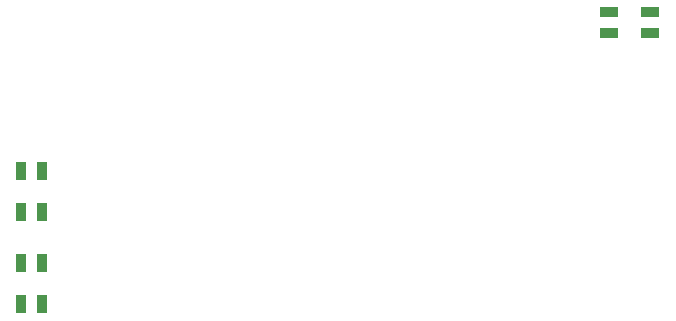
<source format=gbr>
%TF.GenerationSoftware,KiCad,Pcbnew,9.0.3*%
%TF.CreationDate,2025-07-11T18:10:02-07:00*%
%TF.ProjectId,hackpad,6861636b-7061-4642-9e6b-696361645f70,rev?*%
%TF.SameCoordinates,Original*%
%TF.FileFunction,Paste,Top*%
%TF.FilePolarity,Positive*%
%FSLAX46Y46*%
G04 Gerber Fmt 4.6, Leading zero omitted, Abs format (unit mm)*
G04 Created by KiCad (PCBNEW 9.0.3) date 2025-07-11 18:10:02*
%MOMM*%
%LPD*%
G01*
G04 APERTURE LIST*
%ADD10R,0.850000X1.600000*%
%ADD11R,1.600000X0.850000*%
G04 APERTURE END LIST*
D10*
%TO.C,D1*%
X111043750Y-51756250D03*
X112793750Y-51756250D03*
X112793750Y-48256250D03*
X111043750Y-48256250D03*
%TD*%
%TO.C,D2*%
X111043750Y-59531250D03*
X112793750Y-59531250D03*
X112793750Y-56031250D03*
X111043750Y-56031250D03*
%TD*%
D11*
%TO.C,D3*%
X160806250Y-34843750D03*
X160806250Y-36593750D03*
X164306250Y-36593750D03*
X164306250Y-34843750D03*
%TD*%
M02*

</source>
